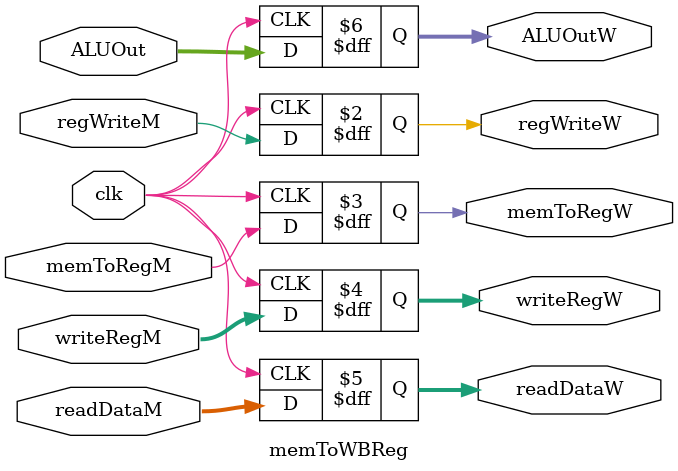
<source format=v>
module memToWBReg(regWriteM,
                   memToRegM,
                   readDataM,
                   ALUOut,
                   writeRegM,
                   regWriteW,
                   memToRegW,
                   readDataW,
                   ALUOutW,
                   writeRegW,
                   clk);
    input clk, regWriteM, memToRegM;
    input [4:0] writeRegM;
    input [31:0] readDataM, ALUOut;
    output reg regWriteW, memToRegW;
    output reg [4:0] writeRegW;
    output reg [31:0] readDataW, ALUOutW;
    
    always@(negedge clk) begin
        
        regWriteW <= regWriteM;
        memToRegW <= memToRegM;
        writeRegW <= writeRegM;
        readDataW <= readDataM;
        ALUOutW   <= ALUOut;
    end
    
endmodule
</source>
